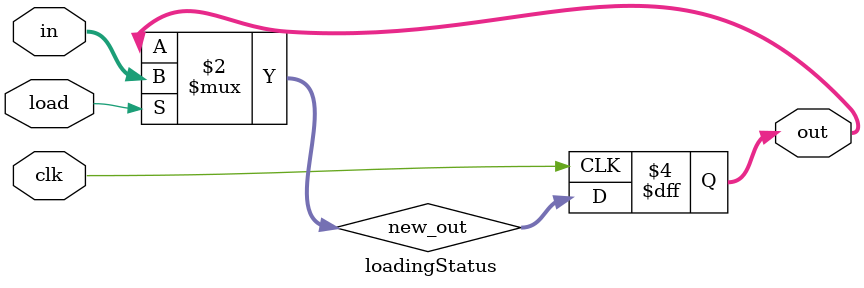
<source format=sv>
module datapath(clk, 
                readnum, //id = provided by instruction decoder
                vsel, //sm = provided by state machine
                loada, //sm
                loadb, //sm
                shift, //id
                asel, //sm
                bsel, //sm
                ALUop, //id 
                loadc, //sm
                loads, //sm
                writenum, //id
                write, //sm
                sximm8, //id
                sximm5, //id
                mdata, //pre assigned below
                PC, //pre assigned below
                C,
                Z_out
             );

input[2:0] readnum, writenum; 
input[7:0] PC; //new for lab6
input[15:0] sximm5, sximm8, mdata; //new for lab6
input clk, loada, loadb, asel, bsel, loadc, loads, write;
input[1:0] shift, ALUop, vsel; //vsel is now 2 bits

output[15:0] C; //datapath_out now called C
output[2:0] Z_out; //Z_out is now 3 bits

wire[2:0] Z; // Z is now 3 bits
wire[15:0] data_in, data_out, rA, rB, Ain, Bin, sout, ALUout;

//select between 4 inputs mdata, sximm8, PC, C - lab6 
multiplexer4 multi9(vsel,mdata,sximm8,{8'b00000000,PC},C,data_in);

regfile REGFILE(data_in,writenum,write,readnum,clk,data_out);

loading loadA(clk,rA,loada,data_out);

loading loadB(clk,rB,loadb,data_out);

shifter shifting(rB,shift,sout);

multiplexer multi6(bsel,sximm5,sout,Bin);

multiplexer multi7(asel,{16'b0000000000000000},rA,Ain); 

ALU ALU(Ain,Bin,ALUop,ALUout,Z);

loading loadC(clk,C,loadc,ALUout);

loadingStatus status(clk,Z_out,loads,Z); 

endmodule

//multiplexer for 4 inputs
module multiplexer4(sel, in3, in2, in1, in0, out);

    input[1:0] sel; 
    input[15:0] in3, in2, in1, in0;
    output[15:0] out;
    reg[15:0] out; 

    always @(*) begin
        case(sel)
            2'b00: out = in0;
            2'b01: out = in1;
            2'b10: out = in2;
            2'b11: out = in3;
            default: out = 16'bxxxxxxxxxxxxxxxx;
        endcase 
    end 

endmodule

//multiplexer for 2 inputs
module multiplexer(sel,in1,in0,out);

    input sel;
    input[15:0] in1, in0;
    output[15:0] out; 
    reg[15:0] out;
    
    always @(*) begin
        case(sel)
            1'b1: out = in1;
            1'b0: out = in0;
            default: out = 16'bxxxxxxxxxxxxxxxx;
        endcase
    end

endmodule

module loading(clk, out, load, in);

input clk, load; 
input [15:0] in; 
output [15:0] out; 
wire[15:0] new_out; 
reg[15:0] out;

//checks if load is 1. If 1, register is updated, else stays same
assign new_out = (load == 1'b1)? in : out; 

//updates register value at rising edge
always @(posedge clk) begin
    out = new_out; 
end

endmodule 

module loadingStatus(clk, out, load, in);

input clk, load; 
input[2:0] in; 
output[2:0] out; 
wire[2:0] new_out; 
reg[2:0] out;

//checks if load is 1. If 1, register is updated, else stays same
assign new_out = (load == 1'b1)? in : out; 

//updates register value at rising edge
always @(posedge clk) begin
    out = new_out; 
end

endmodule 




</source>
